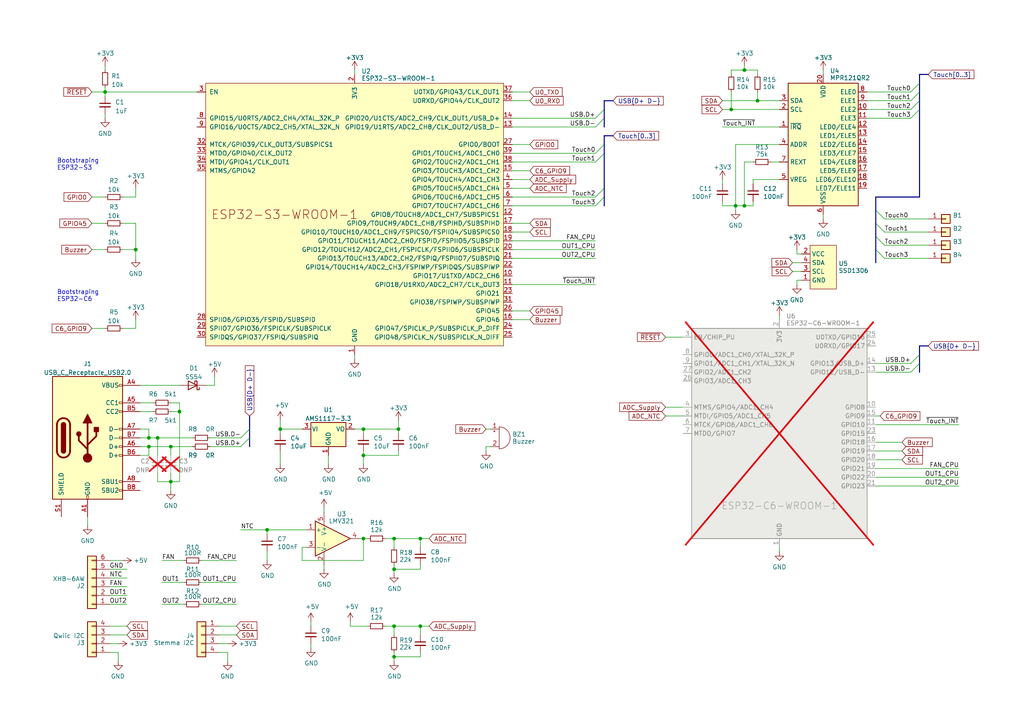
<source format=kicad_sch>
(kicad_sch (version 20230121) (generator eeschema)
  (paper "A4")
  (junction (at 121.92 181.61))
  (junction (at 30.48 26.67))
  (junction (at 43.18 129.54))
  (junction (at 39.37 72.39))
  (junction (at 114.3 156.21))
  (junction (at 212.09 31.75))
  (junction (at 215.9 20.32))
  (junction (at 114.3 165.1))
  (junction (at 43.18 127))
  (junction (at 114.3 181.61))
  (junction (at 49.53 129.54))
  (junction (at 114.3 190.5))
  (junction (at 215.9 59.69))
  (junction (at 105.41 156.21))
  (junction (at 213.36 59.69))
  (junction (at 81.28 124.46))
  (junction (at 121.92 156.21))
  (junction (at 45.72 127))
  (junction (at 49.53 139.7))
  (junction (at 115.57 124.46))
  (junction (at 219.71 29.21))
  (junction (at 52.07 119.38))
  (junction (at 105.41 124.46))
  (junction (at 105.41 132.08))
  (junction (at 77.47 153.67))
  (bus_entry (at 175.26 34.29) (size -2.54 2.54))
  (bus_entry (at 266.7 31.75) (size -2.54 2.54))
  (bus_entry (at 266.7 24.13) (size -2.54 2.54))
  (bus_entry (at 175.26 41.91) (size -2.54 2.54))
  (bus_entry (at 254 64.77) (size 2.54 2.54))
  (bus_entry (at 72.39 127) (size -2.54 2.54))
  (bus_entry (at 266.7 102.87) (size -2.54 2.54))
  (bus_entry (at 266.7 105.41) (size -2.54 2.54))
  (bus_entry (at 254 60.96) (size 2.54 2.54))
  (bus_entry (at 266.7 26.67) (size -2.54 2.54))
  (bus_entry (at 175.26 44.45) (size -2.54 2.54))
  (bus_entry (at 175.26 57.15) (size -2.54 2.54))
  (bus_entry (at 266.7 29.21) (size -2.54 2.54))
  (bus_entry (at 254 72.39) (size 2.54 2.54))
  (bus_entry (at 254 68.58) (size 2.54 2.54))
  (bus_entry (at 175.26 54.61) (size -2.54 2.54))
  (bus_entry (at 72.39 124.46) (size -2.54 2.54))
  (bus_entry (at 175.26 31.75) (size -2.54 2.54))
  (wire (pts (xy 102.87 102.87) (xy 102.87 104.14)))
  (wire (pts (xy 148.59 29.21) (xy 153.67 29.21)))
  (wire (pts (xy 254 138.43) (xy 278.13 138.43)))
  (wire (pts (xy 148.59 54.61) (xy 153.67 54.61)))
  (wire (pts (xy 43.18 129.54) (xy 49.53 129.54)))
  (wire (pts (xy 111.76 181.61) (xy 114.3 181.61)))
  (wire (pts (xy 140.97 124.46) (xy 142.24 124.46)))
  (wire (pts (xy 114.3 190.5) (xy 114.3 191.77)))
  (wire (pts (xy 105.41 162.56) (xy 87.63 162.56)))
  (wire (pts (xy 148.59 34.29) (xy 172.72 34.29)))
  (wire (pts (xy 212.09 31.75) (xy 212.09 26.67)))
  (wire (pts (xy 60.96 129.54) (xy 69.85 129.54)))
  (wire (pts (xy 212.09 20.32) (xy 215.9 20.32)))
  (wire (pts (xy 254 120.65) (xy 255.27 120.65)))
  (wire (pts (xy 25.4 149.86) (xy 25.4 152.4)))
  (wire (pts (xy 101.6 181.61) (xy 106.68 181.61)))
  (bus (pts (xy 175.26 54.61) (xy 175.26 57.15)))
  (bus (pts (xy 175.26 44.45) (xy 175.26 54.61)))
  (wire (pts (xy 254 140.97) (xy 278.13 140.97)))
  (bus (pts (xy 254 57.15) (xy 254 60.96)))
  (wire (pts (xy 148.59 67.31) (xy 153.67 67.31)))
  (wire (pts (xy 218.44 52.07) (xy 218.44 53.34)))
  (wire (pts (xy 148.59 57.15) (xy 172.72 57.15)))
  (wire (pts (xy 36.83 167.64) (xy 31.75 167.64)))
  (wire (pts (xy 39.37 72.39) (xy 39.37 74.93)))
  (wire (pts (xy 251.46 31.75) (xy 264.16 31.75)))
  (wire (pts (xy 77.47 160.02) (xy 77.47 162.56)))
  (wire (pts (xy 105.41 156.21) (xy 105.41 162.56)))
  (wire (pts (xy 213.36 59.69) (xy 213.36 60.96)))
  (wire (pts (xy 49.53 119.38) (xy 52.07 119.38)))
  (wire (pts (xy 105.41 124.46) (xy 105.41 125.73)))
  (wire (pts (xy 81.28 121.92) (xy 81.28 124.46)))
  (wire (pts (xy 105.41 132.08) (xy 115.57 132.08)))
  (wire (pts (xy 148.59 44.45) (xy 172.72 44.45)))
  (wire (pts (xy 114.3 181.61) (xy 114.3 184.15)))
  (wire (pts (xy 39.37 72.39) (xy 39.37 64.77)))
  (wire (pts (xy 40.64 124.46) (xy 43.18 124.46)))
  (wire (pts (xy 229.87 78.74) (xy 232.41 78.74)))
  (wire (pts (xy 212.09 21.59) (xy 212.09 20.32)))
  (wire (pts (xy 36.83 172.72) (xy 31.75 172.72)))
  (wire (pts (xy 101.6 180.34) (xy 101.6 181.61)))
  (wire (pts (xy 114.3 156.21) (xy 114.3 158.75)))
  (wire (pts (xy 114.3 163.83) (xy 114.3 165.1)))
  (wire (pts (xy 90.17 180.34) (xy 90.17 181.61)))
  (wire (pts (xy 193.04 120.65) (xy 198.12 120.65)))
  (wire (pts (xy 231.14 73.66) (xy 232.41 73.66)))
  (wire (pts (xy 36.83 184.15) (xy 31.75 184.15)))
  (wire (pts (xy 115.57 124.46) (xy 105.41 124.46)))
  (wire (pts (xy 213.36 41.91) (xy 213.36 59.69)))
  (wire (pts (xy 81.28 124.46) (xy 81.28 125.73)))
  (bus (pts (xy 266.7 26.67) (xy 266.7 29.21)))
  (wire (pts (xy 26.67 64.77) (xy 30.48 64.77)))
  (wire (pts (xy 114.3 165.1) (xy 114.3 166.37)))
  (wire (pts (xy 238.76 20.32) (xy 238.76 21.59)))
  (wire (pts (xy 238.76 62.23) (xy 238.76 63.5)))
  (wire (pts (xy 30.48 26.67) (xy 57.15 26.67)))
  (wire (pts (xy 77.47 153.67) (xy 77.47 154.94)))
  (bus (pts (xy 175.26 41.91) (xy 175.26 44.45)))
  (wire (pts (xy 69.85 153.67) (xy 77.47 153.67)))
  (wire (pts (xy 148.59 59.69) (xy 172.72 59.69)))
  (wire (pts (xy 148.59 41.91) (xy 153.67 41.91)))
  (wire (pts (xy 45.72 127) (xy 45.72 132.08)))
  (wire (pts (xy 34.29 186.69) (xy 31.75 186.69)))
  (wire (pts (xy 148.59 49.53) (xy 153.67 49.53)))
  (wire (pts (xy 148.59 36.83) (xy 172.72 36.83)))
  (wire (pts (xy 36.83 175.26) (xy 31.75 175.26)))
  (wire (pts (xy 87.63 158.75) (xy 88.9 158.75)))
  (wire (pts (xy 35.56 57.15) (xy 39.37 57.15)))
  (bus (pts (xy 175.26 57.15) (xy 175.26 59.69)))
  (wire (pts (xy 102.87 20.32) (xy 102.87 21.59)))
  (wire (pts (xy 121.92 181.61) (xy 124.46 181.61)))
  (wire (pts (xy 45.72 139.7) (xy 45.72 137.16)))
  (wire (pts (xy 59.69 111.76) (xy 62.23 111.76)))
  (bus (pts (xy 175.26 31.75) (xy 175.26 34.29)))
  (bus (pts (xy 72.39 124.46) (xy 72.39 127)))
  (wire (pts (xy 121.92 190.5) (xy 114.3 190.5)))
  (wire (pts (xy 81.28 130.81) (xy 81.28 134.62)))
  (wire (pts (xy 254 123.19) (xy 278.13 123.19)))
  (bus (pts (xy 72.39 127) (xy 72.39 129.54)))
  (wire (pts (xy 40.64 129.54) (xy 43.18 129.54)))
  (wire (pts (xy 231.14 81.28) (xy 232.41 81.28)))
  (wire (pts (xy 209.55 29.21) (xy 219.71 29.21)))
  (wire (pts (xy 219.71 29.21) (xy 219.71 26.67)))
  (wire (pts (xy 105.41 130.81) (xy 105.41 132.08)))
  (wire (pts (xy 115.57 121.92) (xy 115.57 124.46)))
  (wire (pts (xy 269.24 63.5) (xy 256.54 63.5)))
  (wire (pts (xy 26.67 72.39) (xy 30.48 72.39)))
  (wire (pts (xy 231.14 72.39) (xy 231.14 73.66)))
  (wire (pts (xy 68.58 168.91) (xy 58.42 168.91)))
  (wire (pts (xy 36.83 165.1) (xy 31.75 165.1)))
  (wire (pts (xy 219.71 21.59) (xy 219.71 20.32)))
  (wire (pts (xy 121.92 158.75) (xy 121.92 156.21)))
  (wire (pts (xy 43.18 132.08) (xy 40.64 132.08)))
  (bus (pts (xy 177.8 39.37) (xy 175.26 39.37)))
  (wire (pts (xy 40.64 116.84) (xy 44.45 116.84)))
  (wire (pts (xy 49.53 139.7) (xy 45.72 139.7)))
  (wire (pts (xy 39.37 57.15) (xy 39.37 54.61)))
  (wire (pts (xy 148.59 46.99) (xy 172.72 46.99)))
  (wire (pts (xy 26.67 95.25) (xy 30.48 95.25)))
  (wire (pts (xy 215.9 20.32) (xy 215.9 19.05)))
  (wire (pts (xy 251.46 29.21) (xy 264.16 29.21)))
  (wire (pts (xy 148.59 72.39) (xy 172.72 72.39)))
  (wire (pts (xy 30.48 26.67) (xy 26.67 26.67)))
  (wire (pts (xy 52.07 139.7) (xy 49.53 139.7)))
  (wire (pts (xy 93.98 147.32) (xy 93.98 148.59)))
  (wire (pts (xy 34.29 191.77) (xy 34.29 189.23)))
  (wire (pts (xy 105.41 132.08) (xy 105.41 134.62)))
  (wire (pts (xy 215.9 46.99) (xy 215.9 59.69)))
  (wire (pts (xy 62.23 111.76) (xy 62.23 109.22)))
  (wire (pts (xy 219.71 20.32) (xy 215.9 20.32)))
  (bus (pts (xy 175.26 29.21) (xy 177.8 29.21)))
  (wire (pts (xy 66.04 186.69) (xy 63.5 186.69)))
  (wire (pts (xy 105.41 156.21) (xy 106.68 156.21)))
  (wire (pts (xy 49.53 137.16) (xy 49.53 139.7)))
  (wire (pts (xy 40.64 111.76) (xy 52.07 111.76)))
  (wire (pts (xy 218.44 59.69) (xy 215.9 59.69)))
  (bus (pts (xy 266.7 24.13) (xy 266.7 26.67)))
  (wire (pts (xy 104.14 156.21) (xy 105.41 156.21)))
  (wire (pts (xy 229.87 76.2) (xy 232.41 76.2)))
  (bus (pts (xy 266.7 100.33) (xy 269.24 100.33)))
  (bus (pts (xy 175.26 39.37) (xy 175.26 41.91)))
  (wire (pts (xy 226.06 29.21) (xy 219.71 29.21)))
  (wire (pts (xy 121.92 184.15) (xy 121.92 181.61)))
  (wire (pts (xy 148.59 82.55) (xy 172.72 82.55)))
  (wire (pts (xy 115.57 124.46) (xy 115.57 125.73)))
  (wire (pts (xy 52.07 119.38) (xy 52.07 139.7)))
  (wire (pts (xy 215.9 46.99) (xy 218.44 46.99)))
  (wire (pts (xy 226.06 41.91) (xy 213.36 41.91)))
  (wire (pts (xy 35.56 162.56) (xy 31.75 162.56)))
  (wire (pts (xy 68.58 175.26) (xy 58.42 175.26)))
  (wire (pts (xy 43.18 124.46) (xy 43.18 127)))
  (wire (pts (xy 111.76 156.21) (xy 114.3 156.21)))
  (wire (pts (xy 148.59 26.67) (xy 153.67 26.67)))
  (wire (pts (xy 49.53 129.54) (xy 49.53 132.08)))
  (wire (pts (xy 213.36 59.69) (xy 215.9 59.69)))
  (bus (pts (xy 254 60.96) (xy 254 64.77)))
  (wire (pts (xy 68.58 184.15) (xy 63.5 184.15)))
  (wire (pts (xy 40.64 119.38) (xy 44.45 119.38)))
  (bus (pts (xy 266.7 21.59) (xy 266.7 24.13)))
  (wire (pts (xy 121.92 156.21) (xy 124.46 156.21)))
  (wire (pts (xy 254 128.27) (xy 261.62 128.27)))
  (bus (pts (xy 175.26 31.75) (xy 175.26 29.21)))
  (wire (pts (xy 231.14 82.55) (xy 231.14 81.28)))
  (wire (pts (xy 254 105.41) (xy 264.16 105.41)))
  (bus (pts (xy 266.7 102.87) (xy 266.7 100.33)))
  (wire (pts (xy 121.92 156.21) (xy 114.3 156.21)))
  (bus (pts (xy 266.7 57.15) (xy 266.7 31.75)))
  (wire (pts (xy 269.24 71.12) (xy 256.54 71.12)))
  (wire (pts (xy 114.3 189.23) (xy 114.3 190.5)))
  (wire (pts (xy 35.56 72.39) (xy 39.37 72.39)))
  (bus (pts (xy 175.26 34.29) (xy 175.26 36.83)))
  (wire (pts (xy 254 130.81) (xy 261.62 130.81)))
  (wire (pts (xy 102.87 124.46) (xy 105.41 124.46)))
  (wire (pts (xy 193.04 118.11) (xy 198.12 118.11)))
  (wire (pts (xy 53.34 168.91) (xy 46.99 168.91)))
  (wire (pts (xy 251.46 26.67) (xy 264.16 26.67)))
  (wire (pts (xy 193.04 97.79) (xy 198.12 97.79)))
  (bus (pts (xy 254 64.77) (xy 254 68.58)))
  (wire (pts (xy 148.59 69.85) (xy 172.72 69.85)))
  (wire (pts (xy 43.18 127) (xy 45.72 127)))
  (wire (pts (xy 223.52 46.99) (xy 226.06 46.99)))
  (wire (pts (xy 69.85 127) (xy 60.96 127)))
  (wire (pts (xy 90.17 186.69) (xy 90.17 187.96)))
  (bus (pts (xy 254 68.58) (xy 254 72.39)))
  (wire (pts (xy 226.06 91.44) (xy 226.06 92.71)))
  (wire (pts (xy 34.29 189.23) (xy 31.75 189.23)))
  (wire (pts (xy 77.47 153.67) (xy 88.9 153.67)))
  (wire (pts (xy 209.55 36.83) (xy 226.06 36.83)))
  (wire (pts (xy 52.07 116.84) (xy 52.07 119.38)))
  (wire (pts (xy 254 133.35) (xy 261.62 133.35)))
  (wire (pts (xy 209.55 52.07) (xy 209.55 53.34)))
  (wire (pts (xy 43.18 129.54) (xy 43.18 132.08)))
  (wire (pts (xy 87.63 124.46) (xy 81.28 124.46)))
  (bus (pts (xy 266.7 29.21) (xy 266.7 31.75)))
  (wire (pts (xy 39.37 95.25) (xy 39.37 92.71)))
  (wire (pts (xy 121.92 165.1) (xy 114.3 165.1)))
  (wire (pts (xy 148.59 74.93) (xy 172.72 74.93)))
  (wire (pts (xy 140.97 129.54) (xy 140.97 130.81)))
  (wire (pts (xy 226.06 31.75) (xy 212.09 31.75)))
  (wire (pts (xy 66.04 189.23) (xy 63.5 189.23)))
  (wire (pts (xy 148.59 90.17) (xy 153.67 90.17)))
  (wire (pts (xy 49.53 116.84) (xy 52.07 116.84)))
  (wire (pts (xy 209.55 58.42) (xy 209.55 59.69)))
  (wire (pts (xy 121.92 181.61) (xy 114.3 181.61)))
  (wire (pts (xy 36.83 181.61) (xy 31.75 181.61)))
  (wire (pts (xy 115.57 130.81) (xy 115.57 132.08)))
  (wire (pts (xy 36.83 170.18) (xy 31.75 170.18)))
  (wire (pts (xy 66.04 191.77) (xy 66.04 189.23)))
  (wire (pts (xy 254 135.89) (xy 278.13 135.89)))
  (bus (pts (xy 266.7 105.41) (xy 266.7 107.95)))
  (wire (pts (xy 26.67 57.15) (xy 30.48 57.15)))
  (wire (pts (xy 226.06 52.07) (xy 218.44 52.07)))
  (wire (pts (xy 148.59 52.07) (xy 153.67 52.07)))
  (wire (pts (xy 218.44 58.42) (xy 218.44 59.69)))
  (wire (pts (xy 68.58 162.56) (xy 58.42 162.56)))
  (wire (pts (xy 148.59 92.71) (xy 153.67 92.71)))
  (wire (pts (xy 30.48 33.02) (xy 30.48 34.29)))
  (wire (pts (xy 30.48 19.05) (xy 30.48 20.32)))
  (wire (pts (xy 269.24 67.31) (xy 256.54 67.31)))
  (wire (pts (xy 142.24 129.54) (xy 140.97 129.54)))
  (wire (pts (xy 148.59 64.77) (xy 153.67 64.77)))
  (wire (pts (xy 30.48 25.4) (xy 30.48 26.67)))
  (wire (pts (xy 254 107.95) (xy 264.16 107.95)))
  (wire (pts (xy 93.98 163.83) (xy 93.98 165.1)))
  (bus (pts (xy 266.7 102.87) (xy 266.7 105.41)))
  (wire (pts (xy 49.53 129.54) (xy 55.88 129.54)))
  (bus (pts (xy 72.39 120.65) (xy 72.39 124.46)))
  (wire (pts (xy 269.24 74.93) (xy 256.54 74.93)))
  (wire (pts (xy 68.58 181.61) (xy 63.5 181.61)))
  (wire (pts (xy 30.48 26.67) (xy 30.48 27.94)))
  (wire (pts (xy 35.56 95.25) (xy 39.37 95.25)))
  (wire (pts (xy 45.72 127) (xy 55.88 127)))
  (wire (pts (xy 209.55 31.75) (xy 212.09 31.75)))
  (wire (pts (xy 49.53 139.7) (xy 49.53 142.24)))
  (wire (pts (xy 121.92 163.83) (xy 121.92 165.1)))
  (bus (pts (xy 254 57.15) (xy 266.7 57.15)))
  (wire (pts (xy 251.46 34.29) (xy 264.16 34.29)))
  (wire (pts (xy 87.63 162.56) (xy 87.63 158.75)))
  (wire (pts (xy 39.37 64.77) (xy 35.56 64.77)))
  (wire (pts (xy 53.34 175.26) (xy 46.99 175.26)))
  (wire (pts (xy 95.25 134.62) (xy 95.25 132.08)))
  (wire (pts (xy 53.34 162.56) (xy 46.99 162.56)))
  (wire (pts (xy 43.18 127) (xy 40.64 127)))
  (wire (pts (xy 209.55 59.69) (xy 213.36 59.69)))
  (wire (pts (xy 226.06 158.75) (xy 226.06 160.02)))
  (bus (pts (xy 254 72.39) (xy 254 76.2)))
  (bus (pts (xy 269.24 21.59) (xy 266.7 21.59)))
  (wire (pts (xy 121.92 189.23) (xy 121.92 190.5)))
  (text "Bootstraping\nESP32-S3" (at 16.51 49.53 0) (effects (font (size 1.27 1.27)) (justify left bottom)))
  (text "Bootstraping\nESP32-C6" (at 16.51 87.63 0) (effects (font (size 1.27 1.27)) (justify left bottom)))
  (label "OUT2_CPU" (at 172.72 74.93 180))
  (label "Touch0" (at 172.72 44.45 180))
  (label "Touch1" (at 256.54 67.31 0))
  (label "USB.D+" (at 172.72 34.29 180))
  (label "FAN" (at 46.99 162.56 0))
  (label "Touch3" (at 172.72 59.69 180))
  (label "Touch0" (at 256.54 63.5 0))
  (label "OUT2" (at 31.75 175.26 0))
  (label "FAN_CPU" (at 68.58 162.56 180))
  (label "USB.D-" (at 172.72 36.83 180))
  (label "OUT2_CPU" (at 68.58 175.26 180))
  (label "OUT1_CPU" (at 172.72 72.39 180))
  (label "FAN" (at 31.75 170.18 0))
  (label "GND" (at 31.75 165.1 0))
  (label "~{Touch_INT}" (at 278.13 123.19 180))
  (label "~{Touch_INT}" (at 209.55 36.83 0))
  (label "OUT2_CPU" (at 278.13 140.97 180))
  (label "USB.D+" (at 69.85 129.54 180))
  (label "Touch3" (at 264.16 34.29 180))
  (label "NTC" (at 69.85 153.67 0))
  (label "NTC" (at 31.75 167.64 0))
  (label "Touch1" (at 264.16 29.21 180))
  (label "Touch3" (at 256.54 74.93 0))
  (label "USB.D+" (at 264.16 105.41 180))
  (label "USB.D-" (at 264.16 107.95 180))
  (label "Touch2" (at 264.16 31.75 180))
  (label "OUT2" (at 46.99 175.26 0))
  (label "FAN_CPU" (at 278.13 135.89 180))
  (label "FAN_CPU" (at 172.72 69.85 180))
  (label "Touch2" (at 256.54 71.12 0))
  (label "OUT1" (at 46.99 168.91 0))
  (label "OUT1_CPU" (at 278.13 138.43 180))
  (label "USB.D-" (at 69.85 127 180))
  (label "Touch0" (at 264.16 26.67 180))
  (label "~{Touch_INT}" (at 172.72 82.55 180))
  (label "Touch1" (at 172.72 46.99 180))
  (label "Touch2" (at 172.72 57.15 180))
  (label "OUT1" (at 31.75 172.72 0))
  (label "OUT1_CPU" (at 68.58 168.91 180))
  (global_label "SCL" (shape input) (at 209.55 31.75 180) (property "Intersheetrefs" "${INTERSHEET_REFS}" (effects hide)))
  (global_label "ADC_NTC" (shape input) (at 193.04 120.65 180) (property "Intersheetrefs" "${INTERSHEET_REFS}" (effects hide)))
  (global_label "SDA" (shape input) (at 153.67 64.77 0) (property "Intersheetrefs" "${INTERSHEET_REFS}" (effects hide)))
  (global_label "C6_GPIO9" (shape input) (at 255.27 120.65 0) (property "Intersheetrefs" "${INTERSHEET_REFS}" (effects hide)))
  (global_label "USB{D+ D-}" (shape input) (at 72.39 120.65 90) (property "Intersheetrefs" "${INTERSHEET_REFS}" (effects hide)))
  (global_label "SCL" (shape input) (at 153.67 67.31 0) (property "Intersheetrefs" "${INTERSHEET_REFS}" (effects hide)))
  (global_label "ADC_NTC" (shape input) (at 124.46 156.21 0) (property "Intersheetrefs" "${INTERSHEET_REFS}" (effects hide)))
  (global_label "ADC_Supply" (shape input) (at 124.46 181.61 0) (property "Intersheetrefs" "${INTERSHEET_REFS}" (effects hide)))
  (global_label "~{RESET}" (shape input) (at 193.04 97.79 180) (property "Intersheetrefs" "${INTERSHEET_REFS}" (effects hide)))
  (global_label "U0_RXD" (shape input) (at 153.67 29.21 0) (property "Intersheetrefs" "${INTERSHEET_REFS}" (effects hide)))
  (global_label "ADC_NTC" (shape input) (at 153.67 54.61 0) (property "Intersheetrefs" "${INTERSHEET_REFS}" (effects hide)))
  (global_label "Buzzer" (shape input) (at 26.67 72.39 180) (property "Intersheetrefs" "${INTERSHEET_REFS}" (effects hide)))
  (global_label "SCL" (shape input) (at 68.58 181.61 0) (property "Intersheetrefs" "${INTERSHEET_REFS}" (effects hide)))
  (global_label "SCL" (shape input) (at 229.87 78.74 180) (property "Intersheetrefs" "${INTERSHEET_REFS}" (effects hide)))
  (global_label "GPIO45" (shape input) (at 153.67 90.17 0) (property "Intersheetrefs" "${INTERSHEET_REFS}" (effects hide)))
  (global_label "SDA" (shape input) (at 229.87 76.2 180) (property "Intersheetrefs" "${INTERSHEET_REFS}" (effects hide)))
  (global_label "GPIO45" (shape input) (at 26.67 64.77 180) (property "Intersheetrefs" "${INTERSHEET_REFS}" (effects hide)))
  (global_label "ADC_Supply" (shape input) (at 193.04 118.11 180) (property "Intersheetrefs" "${INTERSHEET_REFS}" (effects hide)))
  (global_label "GPIO0" (shape input) (at 26.67 57.15 180) (property "Intersheetrefs" "${INTERSHEET_REFS}" (effects hide)))
  (global_label "SCL" (shape input) (at 36.83 181.61 0) (property "Intersheetrefs" "${INTERSHEET_REFS}" (effects hide)))
  (global_label "SDA" (shape input) (at 261.62 130.81 0) (property "Intersheetrefs" "${INTERSHEET_REFS}" (effects hide)))
  (global_label "Buzzer" (shape input) (at 261.62 128.27 0) (property "Intersheetrefs" "${INTERSHEET_REFS}" (effects hide)))
  (global_label "C6_GPIO9" (shape input) (at 26.67 95.25 180) (property "Intersheetrefs" "${INTERSHEET_REFS}" (effects hide)))
  (global_label "USB{D+ D-}" (shape input) (at 269.24 100.33 0) (property "Intersheetrefs" "${INTERSHEET_REFS}" (effects hide)))
  (global_label "ADC_Supply" (shape input) (at 153.67 52.07 0) (property "Intersheetrefs" "${INTERSHEET_REFS}" (effects hide)))
  (global_label "Touch[0..3]" (shape input) (at 269.24 21.59 0) (property "Intersheetrefs" "${INTERSHEET_REFS}" (effects hide)))
  (global_label "Touch[0..3]" (shape input) (at 177.8 39.37 0) (property "Intersheetrefs" "${INTERSHEET_REFS}" (effects hide)))
  (global_label "SDA" (shape input) (at 209.55 29.21 180) (property "Intersheetrefs" "${INTERSHEET_REFS}" (effects hide)))
  (global_label "U0_TXD" (shape input) (at 153.67 26.67 0) (property "Intersheetrefs" "${INTERSHEET_REFS}" (effects hide)))
  (global_label "Buzzer" (shape input) (at 153.67 92.71 0) (property "Intersheetrefs" "${INTERSHEET_REFS}" (effects hide)))
  (global_label "Buzzer" (shape input) (at 140.97 124.46 180) (property "Intersheetrefs" "${INTERSHEET_REFS}" (effects hide)))
  (global_label "C6_GPIO9" (shape input) (at 153.67 49.53 0) (property "Intersheetrefs" "${INTERSHEET_REFS}" (effects hide)))
  (global_label "~{RESET}" (shape input) (at 26.67 26.67 180) (property "Intersheetrefs" "${INTERSHEET_REFS}" (effects hide)))
  (global_label "SCL" (shape input) (at 261.62 133.35 0) (property "Intersheetrefs" "${INTERSHEET_REFS}" (effects hide)))
  (global_label "GPIO0" (shape input) (at 153.67 41.91 0) (property "Intersheetrefs" "${INTERSHEET_REFS}" (effects hide)))
  (global_label "SDA" (shape input) (at 68.58 184.15 0) (property "Intersheetrefs" "${INTERSHEET_REFS}" (effects hide)))
  (global_label "USB{D+ D-}" (shape input) (at 177.8 29.21 0) (property "Intersheetrefs" "${INTERSHEET_REFS}" (effects hide)))
  (global_label "SDA" (shape input) (at 36.83 184.15 0) (property "Intersheetrefs" "${INTERSHEET_REFS}" (effects hide)))
  (symbol (lib_id "power:GND") (at 30.48 34.29 0) (unit 1)
    (property "Reference" "#PWR03" (effects hide))
    (property "Value" "GND" (at 30.48 38.7334 0))
  )
  (symbol (lib_id "power:+3V3") (at 209.55 52.07 0) (unit 1)
    (property "Reference" "#PWR025" (effects hide))
    (property "Value" "+3V3" (at 209.55 48.4942 0))
  )
  (symbol (lib_id "Connector:USB_C_Receptacle_USB2.0") (at 25.4 127 0) (unit 1)
    (property "Reference" "J1" (at 25.4 105.5202 0))
    (property "Value" "USB_C_Receptacle_USB2.0" (at 25.4 108.0571 0))
    (property "Footprint" "Connector_USB:USB_C_Receptacle_G-Switch_GT-USB-7010ASV" (effects hide))
    (property "Datasheet" "https://www.usb.org/sites/default/files/documents/usb_type-c.zip" (effects hide))
    (property "LCSC" "C2760486" (effects hide))
  )
  (symbol (lib_id "Device:R_Small") (at 55.88 168.91 270) (mirror x) (unit 1)
    (property "Reference" "R11" (at 55.88 165.1 90))
    (property "Value" "100R" (at 55.88 166.7311 90))
    (property "Footprint" "Resistor_SMD:R_0603_1608Metric" (effects hide))
    (property "LCSC" "C22775" (effects hide))
  )
  (symbol (lib_id "power:GND") (at 95.25 134.62 0) (unit 1)
    (property "Reference" "#PWR010" (effects hide))
    (property "Value" "GND" (at 95.377 139.0142 0))
  )
  (symbol (lib_id "Device:D_Schottky") (at 55.88 111.76 180) (unit 1)
    (property "Reference" "D1" (at 56.1975 106.7902 0))
    (property "Value" "SS54" (at 56.1975 109.3271 0))
    (property "Footprint" "Diode_SMD:D_SMA" (effects hide))
    (property "LCSC" "C22452" (effects hide))
  )
  (symbol (lib_id "Device:Buzzer") (at 144.78 127 0) (unit 1)
    (property "Reference" "BZ1" (at 148.5762 125.976 0) (effects (justify left)))
    (property "Value" "Buzzer" (at 148.5762 128.024 0) (effects (justify left)))
    (property "Footprint" "Buzzer_Beeper:Buzzer_TDK_PS1240P02BT_D12.2mm_H6.5mm" (effects hide))
  )
  (symbol (lib_id "Device:C_Small") (at 121.92 186.69 0) (unit 1)
    (property "Reference" "C10" (at 124.841 185.5216 0) (effects (justify left)))
    (property "Value" "100nF" (at 124.841 187.833 0) (effects (justify left)))
    (property "Footprint" "Capacitor_SMD:C_0603_1608Metric" (effects hide))
    (property "LCSC" "C14663" (effects hide))
  )
  (symbol (lib_id "power:+5V") (at 90.17 180.34 0) (unit 1)
    (property "Reference" "#PWR037" (effects hide))
    (property "Value" "+5V" (at 90.551 175.9458 0))
  )
  (symbol (lib_id "power:GND") (at 77.47 162.56 0) (unit 1)
    (property "Reference" "#PWR015" (effects hide))
    (property "Value" "GND" (at 77.597 166.9542 0))
  )
  (symbol (lib_id "power:GND") (at 66.04 191.77 0) (mirror y) (unit 1)
    (property "Reference" "#PWR035" (effects hide))
    (property "Value" "GND" (at 65.913 196.1642 0))
  )
  (symbol (lib_id "power:+3V3") (at 39.37 92.71 0) (unit 1)
    (property "Reference" "#PWR06" (effects hide))
    (property "Value" "+3V3" (at 39.37 89.1342 0))
  )
  (symbol (lib_id "power:GND") (at 25.4 152.4 0) (unit 1)
    (property "Reference" "#PWR01" (effects hide))
    (property "Value" "GND" (at 25.4 156.8434 0))
  )
  (symbol (lib_id "Device:R_Small") (at 55.88 175.26 270) (mirror x) (unit 1)
    (property "Reference" "R12" (at 55.88 171.45 90))
    (property "Value" "100R" (at 55.88 173.0811 90))
    (property "Footprint" "Resistor_SMD:R_0603_1608Metric" (effects hide))
    (property "LCSC" "C22775" (effects hide))
  )
  (symbol (lib_id "power:GND") (at 114.3 166.37 0) (unit 1)
    (property "Reference" "#PWR023" (effects hide))
    (property "Value" "GND" (at 114.427 170.7642 0))
  )
  (symbol (lib_id "power:+3V3") (at 102.87 20.32 0) (unit 1)
    (property "Reference" "#PWR011" (effects hide))
    (property "Value" "+3V3" (at 102.87 16.7442 0))
  )
  (symbol (lib_id "power:GND") (at 231.14 82.55 0) (unit 1)
    (property "Reference" "#PWR031" (effects hide))
    (property "Value" "GND" (at 231.14 86.9934 0))
  )
  (symbol (lib_id "power:+3V3") (at 30.48 19.05 0) (unit 1)
    (property "Reference" "#PWR02" (effects hide))
    (property "Value" "+3V3" (at 30.48 15.4742 0))
  )
  (symbol (lib_id "Amplifier_Operational:LMV321") (at 96.52 156.21 0) (unit 1)
    (property "Reference" "U3" (at 99.06 149.082 0))
    (property "Value" "LMV321" (at 99.06 151.13 0))
    (property "Footprint" "Package_TO_SOT_SMD:SOT-23-5" (effects hide))
    (property "Datasheet" "http://www.ti.com/lit/ds/symlink/lmv324.pdf" (effects hide))
    (property "LCSC" "C7972" (effects hide))
  )
  (symbol (lib_id "Connector_Generic:Conn_01x04") (at 26.67 186.69 180) (unit 1)
    (property "Reference" "J3" (at 24.638 186.444 0) (effects (justify left)))
    (property "Value" "Qwiic I2C" (at 24.638 184.396 0) (effects (justify left)))
    (property "Footprint" "Connector_JST:JST_SH_SM04B-SRSS-TB_1x04-1MP_P1.00mm_Horizontal" (effects hide))
    (property "Datasheet" "https://www.jst-mfg.com/product/pdf/eng/eSH.pdf?64ac9360f0c13" (effects hide))
    (property "LCSC" "C160404" (effects hide))
  )
  (symbol (lib_id "Device:R_Small") (at 114.3 161.29 0) (unit 1)
    (property "Reference" "R18" (at 115.7986 160.266 0) (effects (justify left)))
    (property "Value" "22k" (at 115.7986 162.314 0) (effects (justify left)))
    (property "Footprint" "Resistor_SMD:R_0603_1608Metric" (effects hide))
    (property "LCSC" "C31850" (effects hide))
  )
  (symbol (lib_id "power:GND") (at 49.53 142.24 0) (unit 1)
    (property "Reference" "#PWR07" (effects hide))
    (property "Value" "GND" (at 49.53 146.6834 0))
  )
  (symbol (lib_id "power:+5V") (at 81.28 121.92 0) (unit 1)
    (property "Reference" "#PWR09" (effects hide))
    (property "Value" "+5V" (at 81.661 117.5258 0))
  )
  (symbol (lib_id "power:+5V") (at 62.23 109.22 0) (unit 1)
    (property "Reference" "#PWR08" (effects hide))
    (property "Value" "+5V" (at 62.23 105.6442 0))
  )
  (symbol (lib_id "PCM_Espressif:ESP32-S3-WROOM-1") (at 102.87 62.23 0) (unit 1)
    (property "Reference" "U2" (at 104.8259 20.677 0) (effects (justify left)))
    (property "Value" "ESP32-S3-WROOM-1" (at 104.8259 22.725 0) (effects (justify left)))
    (property "Footprint" "PCM_Espressif:ESP32-S3-WROOM-1" (effects hide))
    (property "Datasheet" "https://www.espressif.com/sites/default/files/documentation/esp32-s3-wroom-1_wroom-1u_datasheet_en.pdf" (effects hide))
  )
  (symbol (lib_id "power:+3V3") (at 238.76 20.32 0) (unit 1)
    (property "Reference" "#PWR021" (effects hide))
    (property "Value" "+3V3" (at 238.76 16.7442 0))
  )
  (symbol (lib_id "Device:C_Small") (at 105.41 128.27 0) (unit 1)
    (property "Reference" "C5" (at 108.331 127.1016 0) (effects (justify left)))
    (property "Value" "10uF" (at 108.331 129.413 0) (effects (justify left)))
    (property "Footprint" "Capacitor_SMD:C_0603_1608Metric" (effects hide))
    (property "LCSC" "C96446" (effects hide))
  )
  (symbol (lib_id "Device:R_Small") (at 58.42 129.54 90) (unit 1)
    (property "Reference" "R9" (at 55.88 132.08 90))
    (property "Value" "0R" (at 60.96 132.08 90))
    (property "Footprint" "Resistor_SMD:R_0603_1608Metric" (effects hide))
    (property "LCSC" "C21189" (effects hide))
  )
  (symbol (lib_id "Regulator_Linear:AMS1117-3.3") (at 95.25 124.46 0) (unit 1)
    (property "Reference" "U1" (at 95.25 118.8552 0))
    (property "Value" "AMS1117-3.3" (at 95.25 121.3921 0))
    (property "Footprint" "Package_TO_SOT_SMD:SOT-223-3_TabPin2" (effects hide))
    (property "Datasheet" "http://www.advanced-monolithic.com/pdf/ds1117.pdf" (effects hide))
    (property "LCSC" "C6186" (effects hide))
  )
  (symbol (lib_id "Device:C_Small") (at 49.53 134.62 0) (unit 1) (dnp yes)
    (property "Reference" "C3" (at 51.8541 133.7916 0) (effects (justify left)))
    (property "Value" "DNP" (at 51.8541 136.3285 0) (effects (justify left)))
    (property "Footprint" "Capacitor_SMD:C_0603_1608Metric" (effects hide))
  )
  (symbol (lib_id "Device:C_Small") (at 45.72 134.62 0) (mirror y) (unit 1) (dnp yes)
    (property "Reference" "C2" (at 43.3959 133.7916 0) (effects (justify left)))
    (property "Value" "DNP" (at 43.3959 136.3285 0) (effects (justify left)))
    (property "Footprint" "Capacitor_SMD:C_0603_1608Metric" (effects hide))
  )
  (symbol (lib_id "Device:C_Small") (at 81.28 128.27 0) (unit 1)
    (property "Reference" "C4" (at 84.201 127.1016 0) (effects (justify left)))
    (property "Value" "10uF" (at 84.201 129.413 0) (effects (justify left)))
    (property "Footprint" "Capacitor_SMD:C_0603_1608Metric" (effects hide))
    (property "LCSC" "C96446" (effects hide))
  )
  (symbol (lib_id "power:GND") (at 226.06 160.02 0) (unit 1)
    (property "Reference" "#PWR026" (effects hide))
    (property "Value" "GND" (at 226.06 164.4634 0))
  )
  (symbol (lib_id "power:GND") (at 90.17 187.96 0) (unit 1)
    (property "Reference" "#PWR036" (effects hide))
    (property "Value" "GND" (at 90.297 192.3542 0))
  )
  (symbol (lib_id "PCM_Espressif:ESP32-C6-WROOM-1") (at 226.06 125.73 0) (unit 1) (in_bom no) (on_board no) (dnp yes)
    (property "Reference" "U6" (at 228.0159 91.67 0) (effects (justify left)))
    (property "Value" "ESP32-C6-WROOM-1" (at 228.0159 93.718 0) (effects (justify left)))
    (property "Footprint" "Espressif:ESP32-C6-WROOM-1" (effects hide))
    (property "Datasheet" "https://www.espressif.com/sites/default/files/documentation/esp32-c6-wroom-1_datasheet_en.pdf" (effects hide))
  )
  (symbol (lib_id "power:+3V3") (at 66.04 186.69 270) (mirror x) (unit 1)
    (property "Reference" "#PWR033" (effects hide))
    (property "Value" "+3V3" (at 69.215 186.69 90) (effects (justify left)))
  )
  (symbol (lib_id "Device:R_Small") (at 46.99 116.84 90) (unit 1)
    (property "Reference" "R6" (at 44.45 114.3 90))
    (property "Value" "5k1" (at 49.53 114.3 90))
    (property "Footprint" "Resistor_SMD:R_0603_1608Metric" (effects hide))
    (property "LCSC" "C23186" (effects hide))
  )
  (symbol (lib_id "Device:C_Small") (at 209.55 55.88 0) (mirror y) (unit 1)
    (property "Reference" "C11" (at 206.629 54.7116 0) (effects (justify left)))
    (property "Value" "100nF" (at 206.629 57.023 0) (effects (justify left)))
    (property "Footprint" "Capacitor_SMD:C_0603_1608Metric" (effects hide))
    (property "LCSC" "C14663" (effects hide))
  )
  (symbol (lib_id "power:+5V") (at 35.56 162.56 270) (unit 1)
    (property "Reference" "#PWR034" (effects hide))
    (property "Value" "+5V" (at 38.735 162.56 90) (effects (justify left)))
  )
  (symbol (lib_id "Device:R_Small") (at 55.88 162.56 270) (mirror x) (unit 1)
    (property "Reference" "R10" (at 55.88 158.75 90))
    (property "Value" "100R" (at 55.88 160.3811 90))
    (property "Footprint" "Resistor_SMD:R_0603_1608Metric" (effects hide))
    (property "LCSC" "C22775" (effects hide))
  )
  (symbol (lib_id "power:GND") (at 34.29 191.77 0) (mirror y) (unit 1)
    (property "Reference" "#PWR027" (effects hide))
    (property "Value" "GND" (at 34.163 196.1642 0))
  )
  (symbol (lib_id "power:GND") (at 140.97 130.81 0) (unit 1)
    (property "Reference" "#PWR038" (effects hide))
    (property "Value" "GND" (at 141.097 135.2042 0))
  )
  (symbol (lib_id "Device:R_Small") (at 220.98 46.99 90) (unit 1)
    (property "Reference" "R13" (at 220.98 42.6734 90))
    (property "Value" "75k" (at 220.98 44.7214 90))
    (property "Footprint" "Resistor_SMD:R_0603_1608Metric" (effects hide))
    (property "LCSC" "C23242" (effects hide))
  )
  (symbol (lib_id "Device:R_Small") (at 219.71 24.13 180) (unit 1)
    (property "Reference" "R15" (at 221.2086 23.106 0) (effects (justify right)))
    (property "Value" "10k" (at 221.2086 25.154 0) (effects (justify right)))
    (property "Footprint" "Resistor_SMD:R_0603_1608Metric" (effects hide))
    (property "LCSC" "C25804" (effects hide))
  )
  (symbol (lib_id "Connector_Generic:Conn_01x01") (at 274.32 71.12 0) (unit 1)
    (property "Reference" "B3" (at 276.352 70.096 0) (effects (justify left)))
    (property "Value" "Conn_01x01" (effects hide))
    (property "Footprint" "Connector_PinHeader_2.54mm:PinHeader_1x01_P2.54mm_Vertical" (effects hide))
  )
  (symbol (lib_id "Connector_Generic:Conn_01x06") (at 26.67 170.18 180) (unit 1)
    (property "Reference" "J2" (at 24.638 169.934 0) (effects (justify left)))
    (property "Value" "XHB-6AW" (at 24.638 167.886 0) (effects (justify left)))
    (property "Footprint" "Connector_JST:JST_XH_S6B-XH-A-1_1x06_P2.50mm_Horizontal" (effects hide))
    (property "Datasheet" "https://datasheet.lcsc.com/lcsc/2201121200_DEALON-XHB-6AW_C2905003.pdf" (effects hide))
    (property "LCSC" "C2905003" (effects hide))
  )
  (symbol (lib_id "power:+5V") (at 101.6 180.34 0) (unit 1)
    (property "Reference" "#PWR020" (effects hide))
    (property "Value" "+5V" (at 101.981 175.9458 0))
  )
  (symbol (lib_id "power:+3V3") (at 226.06 91.44 0) (unit 1)
    (property "Reference" "#PWR030" (effects hide))
    (property "Value" "+3V3" (at 226.06 87.8642 0))
  )
  (symbol (lib_id "Device:C_Small") (at 121.92 161.29 0) (unit 1)
    (property "Reference" "C8" (at 124.841 160.1216 0) (effects (justify left)))
    (property "Value" "100nF" (at 124.841 162.433 0) (effects (justify left)))
    (property "Footprint" "Capacitor_SMD:C_0603_1608Metric" (effects hide))
    (property "LCSC" "C14663" (effects hide))
  )
  (symbol (lib_id "power:GND") (at 81.28 134.62 0) (unit 1)
    (property "Reference" "#PWR029" (effects hide))
    (property "Value" "GND" (at 81.407 139.0142 0))
  )
  (symbol (lib_id "Connector_Generic:Conn_01x01") (at 274.32 67.31 0) (unit 1)
    (property "Reference" "B2" (at 276.352 66.286 0) (effects (justify left)))
    (property "Value" "Conn_01x01" (effects hide))
    (property "Footprint" "Connector_PinHeader_2.54mm:PinHeader_1x01_P2.54mm_Vertical" (effects hide))
  )
  (symbol (lib_id "Device:R_Small") (at 109.22 156.21 270) (unit 1)
    (property "Reference" "R16" (at 109.22 151.614 90))
    (property "Value" "12k" (at 109.22 153.662 90))
    (property "Footprint" "Resistor_SMD:R_0603_1608Metric" (effects hide))
    (property "LCSC" "C22790" (effects hide))
  )
  (symbol (lib_id "Connector_Generic:Conn_01x04") (at 58.42 184.15 0) (mirror y) (unit 1)
    (property "Reference" "J4" (at 56.388 184.396 0) (effects (justify left)))
    (property "Value" "Stemma I2C" (at 56.388 186.444 0) (effects (justify left)))
    (property "Footprint" "Connector_JST:JST_PH_S4B-PH-SM4-TB_1x04-1MP_P2.00mm_Horizontal" (effects hide))
    (property "Datasheet" "https://www.jst-mfg.com/product/pdf/eng/eSH.pdf?64ac9360f0c13" (effects hide))
    (property "LCSC" "C265332" (effects hide))
  )
  (symbol (lib_id "Device:R_Small") (at 30.48 22.86 180) (unit 1)
    (property "Reference" "R1" (at 32.258 22.0253 0) (effects (justify right)))
    (property "Value" "10k" (at 32.258 24.5622 0) (effects (justify right)))
    (property "Footprint" "Resistor_SMD:R_0603_1608Metric" (effects hide))
    (property "LCSC" "C25804" (effects hide))
  )
  (symbol (lib_id "Connector_Generic:Conn_01x01") (at 274.32 74.93 0) (unit 1)
    (property "Reference" "B4" (at 276.352 73.906 0) (effects (justify left)))
    (property "Value" "Conn_01x01" (effects hide))
    (property "Footprint" "Connector_PinHeader_2.54mm:PinHeader_1x01_P2.54mm_Vertical" (effects hide))
  )
  (symbol (lib_id "Device:C_Small") (at 115.57 128.27 0) (unit 1)
    (property "Reference" "C6" (at 118.491 127.1016 0) (effects (justify left)))
    (property "Value" "100nF" (at 118.491 129.413 0) (effects (justify left)))
    (property "Footprint" "Capacitor_SMD:C_0603_1608Metric" (effects hide))
    (property "LCSC" "C14663" (effects hide))
  )
  (symbol (lib_id "power:+3V3") (at 115.57 121.92 0) (unit 1)
    (property "Reference" "#PWR014" (effects hide))
    (property "Value" "+3V3" (at 115.57 118.3442 0))
  )
  (symbol (lib_id "Device:R_Small") (at 33.02 72.39 90) (unit 1)
    (property "Reference" "R4" (at 33.02 67.6742 90))
    (property "Value" "10k" (at 33.02 70.2111 90))
    (property "Footprint" "Resistor_SMD:R_0603_1608Metric" (effects hide))
    (property "LCSC" "C25804" (effects hide))
  )
  (symbol (lib_id "power:GND") (at 105.41 134.62 0) (unit 1)
    (property "Reference" "#PWR013" (effects hide))
    (property "Value" "GND" (at 105.537 139.0142 0))
  )
  (symbol (lib_id "Device:C_Small") (at 90.17 184.15 0) (unit 1)
    (property "Reference" "C9" (at 93.091 182.9816 0) (effects (justify left)))
    (property "Value" "100nF" (at 93.091 185.293 0) (effects (justify left)))
    (property "Footprint" "Capacitor_SMD:C_0603_1608Metric" (effects hide))
    (property "LCSC" "C14663" (effects hide))
  )
  (symbol (lib_id "power:+5V") (at 93.98 147.32 0) (unit 1)
    (property "Reference" "#PWR018" (effects hide))
    (property "Value" "+5V" (at 94.361 142.9258 0))
  )
  (symbol (lib_id "SmartMiniMedsFridge:SSD1306_I2C") (at 238.76 77.47 0) (unit 1)
    (property "Reference" "U5" (at 243.205 76.446 0) (effects (justify left)))
    (property "Value" "SSD1306" (at 243.205 78.494 0) (effects (justify left)))
    (property "Footprint" "SmartMiniMedsFridge:SSD1306_I2C_0.96in" (effects hide))
  )
  (symbol (lib_id "power:GND") (at 39.37 74.93 0) (unit 1)
    (property "Reference" "#PWR05" (effects hide))
    (property "Value" "GND" (at 39.37 79.3734 0))
  )
  (symbol (lib_id "Device:R_Small") (at 33.02 95.25 90) (unit 1)
    (property "Reference" "R5" (at 33.02 90.5342 90))
    (property "Value" "10k" (at 33.02 93.0711 90))
    (property "Footprint" "Resistor_SMD:R_0603_1608Metric" (effects hide))
    (property "LCSC" "C25804" (effects hide))
  )
  (symbol (lib_id "power:+3V3") (at 215.9 19.05 0) (unit 1)
    (property "Reference" "#PWR017" (effects hide))
    (property "Value" "+3V3" (at 215.9 15.4742 0))
  )
  (symbol (lib_id "power:GND") (at 102.87 104.14 0) (unit 1)
    (property "Reference" "#PWR012" (effects hide))
    (property "Value" "GND" (at 102.87 108.5834 0))
  )
  (symbol (lib_id "power:+3V3") (at 231.14 72.39 0) (unit 1)
    (property "Reference" "#PWR032" (effects hide))
    (property "Value" "+3V3" (at 231.14 68.8142 0))
  )
  (symbol (lib_id "Device:R_Small") (at 33.02 64.77 90) (unit 1)
    (property "Reference" "R3" (at 33.02 60.0542 90))
    (property "Value" "10k" (at 33.02 62.5911 90))
    (property "Footprint" "Resistor_SMD:R_0603_1608Metric" (effects hide))
    (property "LCSC" "C25804" (effects hide))
  )
  (symbol (lib_id "Device:C_Small") (at 77.47 157.48 0) (unit 1)
    (property "Reference" "C7" (at 80.391 156.3116 0) (effects (justify left)))
    (property "Value" "100nF" (at 80.391 158.623 0) (effects (justify left)))
    (property "Footprint" "Capacitor_SMD:C_0603_1608Metric" (effects hide))
    (property "LCSC" "C14663" (effects hide))
  )
  (symbol (lib_id "Sensor_Touch:MPR121QR2") (at 238.76 41.91 0) (unit 1)
    (property "Reference" "U4" (at 240.7159 20.55 0) (effects (justify left)))
    (property "Value" "MPR121QR2" (at 240.7159 22.598 0) (effects (justify left)))
    (property "Footprint" "Package_DFN_QFN:UQFN-20_3x3mm_P0.4mm" (effects hide))
    (property "Datasheet" "https://resurgentsemi.com/wp-content/uploads/2018/09/MPR121_rev5-Resurgent.pdf?d453f8&d453f8" (effects hide))
    (property "LCSC" "C91322" (effects hide))
  )
  (symbol (lib_id "Device:C_Small") (at 30.48 30.48 0) (unit 1)
    (property "Reference" "C1" (at 33.401 29.6453 0) (effects (justify left)))
    (property "Value" "1uF" (at 33.401 32.1822 0) (effects (justify left)))
    (property "Footprint" "Capacitor_SMD:C_0603_1608Metric" (effects hide))
    (property "LCSC" "C15849" (effects hide))
  )
  (symbol (lib_id "power:GND") (at 114.3 191.77 0) (unit 1)
    (property "Reference" "#PWR024" (effects hide))
    (property "Value" "GND" (at 114.427 196.1642 0))
  )
  (symbol (lib_id "Device:R_Small") (at 46.99 119.38 90) (unit 1)
    (property "Reference" "R7" (at 44.45 121.92 90))
    (property "Value" "5k1" (at 49.53 121.92 90))
    (property "Footprint" "Resistor_SMD:R_0603_1608Metric" (effects hide))
    (property "LCSC" "C23186" (effects hide))
  )
  (symbol (lib_id "Connector_Generic:Conn_01x01") (at 274.32 63.5 0) (unit 1)
    (property "Reference" "B1" (at 276.352 62.476 0) (effects (justify left)))
    (property "Value" "Conn_01x01" (effects hide))
    (property "Footprint" "Connector_PinHeader_2.54mm:PinHeader_1x01_P2.54mm_Vertical" (effects hide))
  )
  (symbol (lib_id "power:+3V3") (at 39.37 54.61 0) (unit 1)
    (property "Reference" "#PWR04" (effects hide))
    (property "Value" "+3V3" (at 39.37 51.0342 0))
  )
  (symbol (lib_id "Device:R_Small") (at 58.42 127 90) (unit 1)
    (property "Reference" "R8" (at 55.88 124.46 90))
    (property "Value" "0R" (at 60.96 124.46 90))
    (property "Footprint" "Resistor_SMD:R_0603_1608Metric" (effects hide))
    (property "LCSC" "C21189" (effects hide))
  )
  (symbol (lib_id "power:+3V3") (at 34.29 186.69 270) (mirror x) (unit 1)
    (property "Reference" "#PWR028" (effects hide))
    (property "Value" "+3V3" (at 37.465 186.69 90) (effects (justify left)))
  )
  (symbol (lib_id "power:GND") (at 213.36 60.96 0) (unit 1)
    (property "Reference" "#PWR016" (effects hide))
    (property "Value" "GND" (at 213.36 65.4034 0))
  )
  (symbol (lib_id "Device:R_Small") (at 33.02 57.15 90) (unit 1)
    (property "Reference" "R2" (at 33.02 52.4342 90))
    (property "Value" "10k" (at 33.02 54.9711 90))
    (property "Footprint" "Resistor_SMD:R_0603_1608Metric" (effects hide))
    (property "LCSC" "C25804" (effects hide))
  )
  (symbol (lib_id "Device:R_Small") (at 212.09 24.13 180) (unit 1)
    (property "Reference" "R14" (at 213.5886 23.106 0) (effects (justify right)))
    (property "Value" "10k" (at 213.5886 25.154 0) (effects (justify right)))
    (property "Footprint" "Resistor_SMD:R_0603_1608Metric" (effects hide))
    (property "LCSC" "C25804" (effects hide))
  )
  (symbol (lib_id "Device:C_Small") (at 218.44 55.88 0) (unit 1)
    (property "Reference" "C12" (at 221.361 54.7116 0) (effects (justify left)))
    (property "Value" "100nF" (at 221.361 57.023 0) (effects (justify left)))
    (property "Footprint" "Capacitor_SMD:C_0603_1608Metric" (effects hide))
    (property "LCSC" "C14663" (effects hide))
  )
  (symbol (lib_id "Device:R_Small") (at 109.22 181.61 270) (unit 1)
    (property "Reference" "R17" (at 109.22 177.014 90))
    (property "Value" "12k" (at 109.22 179.062 90))
    (property "Footprint" "Resistor_SMD:R_0603_1608Metric" (effects hide))
    (property "LCSC" "C22790" (effects hide))
  )
  (symbol (lib_id "power:GND") (at 238.76 63.5 0) (unit 1)
    (property "Reference" "#PWR022" (effects hide))
    (property "Value" "GND" (at 238.76 67.9434 0))
  )
  (symbol (lib_id "power:GND") (at 93.98 165.1 0) (unit 1)
    (property "Reference" "#PWR019" (effects hide))
    (property "Value" "GND" (at 94.107 169.4942 0))
  )
  (symbol (lib_id "Device:R_Small") (at 114.3 186.69 0) (unit 1)
    (property "Reference" "R19" (at 115.7986 185.666 0) (effects (justify left)))
    (property "Value" "22k" (at 115.7986 187.714 0) (effects (justify left)))
    (property "Footprint" "Resistor_SMD:R_0603_1608Metric" (effects hide))
    (property "LCSC" "C31850" (effects hide))
  )
)
</source>
